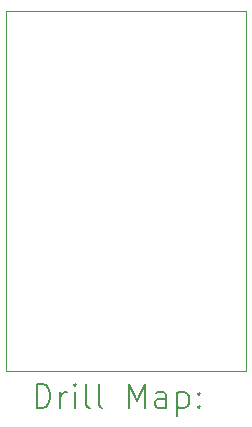
<source format=gbr>
%TF.GenerationSoftware,KiCad,Pcbnew,9.0.6*%
%TF.CreationDate,2026-01-02T23:06:23-06:00*%
%TF.ProjectId,DHVQFN-20_4.65x3.65_P0.5,44485651-464e-42d3-9230-5f342e363578,rev?*%
%TF.SameCoordinates,Original*%
%TF.FileFunction,Drillmap*%
%TF.FilePolarity,Positive*%
%FSLAX45Y45*%
G04 Gerber Fmt 4.5, Leading zero omitted, Abs format (unit mm)*
G04 Created by KiCad (PCBNEW 9.0.6) date 2026-01-02 23:06:23*
%MOMM*%
%LPD*%
G01*
G04 APERTURE LIST*
%ADD10C,0.050000*%
%ADD11C,0.200000*%
G04 APERTURE END LIST*
D10*
X12827000Y-10541000D02*
X14859000Y-10541000D01*
X14859000Y-13589000D01*
X12827000Y-13589000D01*
X12827000Y-10541000D01*
D11*
X13085277Y-13902984D02*
X13085277Y-13702984D01*
X13085277Y-13702984D02*
X13132896Y-13702984D01*
X13132896Y-13702984D02*
X13161467Y-13712508D01*
X13161467Y-13712508D02*
X13180515Y-13731555D01*
X13180515Y-13731555D02*
X13190039Y-13750603D01*
X13190039Y-13750603D02*
X13199562Y-13788698D01*
X13199562Y-13788698D02*
X13199562Y-13817269D01*
X13199562Y-13817269D02*
X13190039Y-13855365D01*
X13190039Y-13855365D02*
X13180515Y-13874412D01*
X13180515Y-13874412D02*
X13161467Y-13893460D01*
X13161467Y-13893460D02*
X13132896Y-13902984D01*
X13132896Y-13902984D02*
X13085277Y-13902984D01*
X13285277Y-13902984D02*
X13285277Y-13769650D01*
X13285277Y-13807746D02*
X13294801Y-13788698D01*
X13294801Y-13788698D02*
X13304324Y-13779174D01*
X13304324Y-13779174D02*
X13323372Y-13769650D01*
X13323372Y-13769650D02*
X13342420Y-13769650D01*
X13409086Y-13902984D02*
X13409086Y-13769650D01*
X13409086Y-13702984D02*
X13399562Y-13712508D01*
X13399562Y-13712508D02*
X13409086Y-13722031D01*
X13409086Y-13722031D02*
X13418610Y-13712508D01*
X13418610Y-13712508D02*
X13409086Y-13702984D01*
X13409086Y-13702984D02*
X13409086Y-13722031D01*
X13532896Y-13902984D02*
X13513848Y-13893460D01*
X13513848Y-13893460D02*
X13504324Y-13874412D01*
X13504324Y-13874412D02*
X13504324Y-13702984D01*
X13637658Y-13902984D02*
X13618610Y-13893460D01*
X13618610Y-13893460D02*
X13609086Y-13874412D01*
X13609086Y-13874412D02*
X13609086Y-13702984D01*
X13866229Y-13902984D02*
X13866229Y-13702984D01*
X13866229Y-13702984D02*
X13932896Y-13845841D01*
X13932896Y-13845841D02*
X13999562Y-13702984D01*
X13999562Y-13702984D02*
X13999562Y-13902984D01*
X14180515Y-13902984D02*
X14180515Y-13798222D01*
X14180515Y-13798222D02*
X14170991Y-13779174D01*
X14170991Y-13779174D02*
X14151943Y-13769650D01*
X14151943Y-13769650D02*
X14113848Y-13769650D01*
X14113848Y-13769650D02*
X14094801Y-13779174D01*
X14180515Y-13893460D02*
X14161467Y-13902984D01*
X14161467Y-13902984D02*
X14113848Y-13902984D01*
X14113848Y-13902984D02*
X14094801Y-13893460D01*
X14094801Y-13893460D02*
X14085277Y-13874412D01*
X14085277Y-13874412D02*
X14085277Y-13855365D01*
X14085277Y-13855365D02*
X14094801Y-13836317D01*
X14094801Y-13836317D02*
X14113848Y-13826793D01*
X14113848Y-13826793D02*
X14161467Y-13826793D01*
X14161467Y-13826793D02*
X14180515Y-13817269D01*
X14275753Y-13769650D02*
X14275753Y-13969650D01*
X14275753Y-13779174D02*
X14294801Y-13769650D01*
X14294801Y-13769650D02*
X14332896Y-13769650D01*
X14332896Y-13769650D02*
X14351943Y-13779174D01*
X14351943Y-13779174D02*
X14361467Y-13788698D01*
X14361467Y-13788698D02*
X14370991Y-13807746D01*
X14370991Y-13807746D02*
X14370991Y-13864888D01*
X14370991Y-13864888D02*
X14361467Y-13883936D01*
X14361467Y-13883936D02*
X14351943Y-13893460D01*
X14351943Y-13893460D02*
X14332896Y-13902984D01*
X14332896Y-13902984D02*
X14294801Y-13902984D01*
X14294801Y-13902984D02*
X14275753Y-13893460D01*
X14456705Y-13883936D02*
X14466229Y-13893460D01*
X14466229Y-13893460D02*
X14456705Y-13902984D01*
X14456705Y-13902984D02*
X14447182Y-13893460D01*
X14447182Y-13893460D02*
X14456705Y-13883936D01*
X14456705Y-13883936D02*
X14456705Y-13902984D01*
X14456705Y-13779174D02*
X14466229Y-13788698D01*
X14466229Y-13788698D02*
X14456705Y-13798222D01*
X14456705Y-13798222D02*
X14447182Y-13788698D01*
X14447182Y-13788698D02*
X14456705Y-13779174D01*
X14456705Y-13779174D02*
X14456705Y-13798222D01*
M02*

</source>
